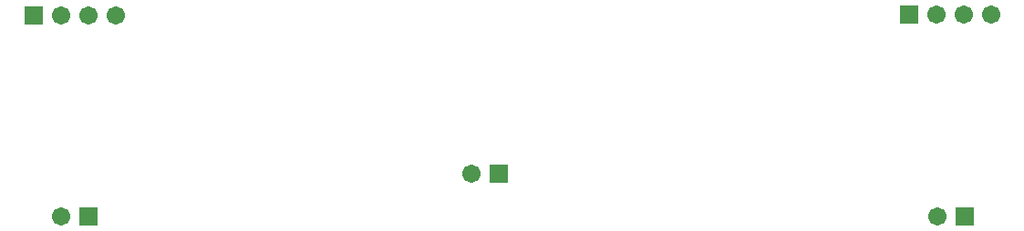
<source format=gbs>
G04 Layer_Color=16711935*
%FSLAX25Y25*%
%MOIN*%
G70*
G01*
G75*
%ADD13C,0.06706*%
%ADD14R,0.06706X0.06706*%
D13*
X249000Y397500D02*
D03*
X239000D02*
D03*
X229000D02*
D03*
Y324000D02*
D03*
X549500D02*
D03*
X379000Y339500D02*
D03*
X569000Y398000D02*
D03*
X559000D02*
D03*
X549000D02*
D03*
D14*
X219000Y397500D02*
D03*
X239000Y324000D02*
D03*
X559500D02*
D03*
X389000Y339500D02*
D03*
X539000Y398000D02*
D03*
M02*

</source>
